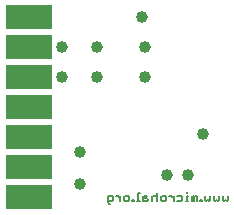
<source format=gbs>
G75*
%MOIN*%
%OFA0B0*%
%FSLAX25Y25*%
%IPPOS*%
%LPD*%
%AMOC8*
5,1,8,0,0,1.08239X$1,22.5*
%
%ADD10C,0.00500*%
%ADD11R,0.15800X0.08400*%
%ADD12C,0.03975*%
D10*
X0046644Y0005360D02*
X0046644Y0007612D01*
X0047995Y0007612D01*
X0048445Y0007162D01*
X0048445Y0006261D01*
X0047995Y0005811D01*
X0046644Y0005811D01*
X0046644Y0005360D02*
X0047094Y0004910D01*
X0047545Y0004910D01*
X0049550Y0007612D02*
X0050000Y0007612D01*
X0050901Y0006711D01*
X0050901Y0005811D02*
X0050901Y0007612D01*
X0052046Y0007162D02*
X0052496Y0007612D01*
X0053397Y0007612D01*
X0053847Y0007162D01*
X0053847Y0006261D01*
X0053397Y0005811D01*
X0052496Y0005811D01*
X0052046Y0006261D01*
X0052046Y0007162D01*
X0054870Y0006261D02*
X0054870Y0005811D01*
X0055320Y0005811D01*
X0055320Y0006261D01*
X0054870Y0006261D01*
X0056384Y0005811D02*
X0057285Y0005811D01*
X0056834Y0005811D02*
X0056834Y0008513D01*
X0057285Y0008513D01*
X0058430Y0007162D02*
X0058880Y0007612D01*
X0059781Y0007612D01*
X0059781Y0006711D02*
X0058430Y0006711D01*
X0058430Y0007162D02*
X0058430Y0005811D01*
X0059781Y0005811D01*
X0060231Y0006261D01*
X0059781Y0006711D01*
X0061376Y0007162D02*
X0061376Y0005811D01*
X0061376Y0007162D02*
X0061827Y0007612D01*
X0062727Y0007612D01*
X0063178Y0007162D01*
X0064323Y0007162D02*
X0064323Y0006261D01*
X0064773Y0005811D01*
X0065674Y0005811D01*
X0066124Y0006261D01*
X0066124Y0007162D01*
X0065674Y0007612D01*
X0064773Y0007612D01*
X0064323Y0007162D01*
X0063178Y0008513D02*
X0063178Y0005811D01*
X0067229Y0007612D02*
X0067679Y0007612D01*
X0068580Y0006711D01*
X0068580Y0005811D02*
X0068580Y0007612D01*
X0069725Y0007612D02*
X0071076Y0007612D01*
X0071526Y0007162D01*
X0071526Y0006261D01*
X0071076Y0005811D01*
X0069725Y0005811D01*
X0072590Y0005811D02*
X0073491Y0005811D01*
X0073040Y0005811D02*
X0073040Y0007612D01*
X0073491Y0007612D01*
X0073040Y0008513D02*
X0073040Y0008963D01*
X0074636Y0007162D02*
X0075086Y0007612D01*
X0075536Y0007162D01*
X0075536Y0005811D01*
X0074636Y0005811D02*
X0074636Y0007162D01*
X0075536Y0007162D02*
X0075987Y0007612D01*
X0076437Y0007612D01*
X0076437Y0005811D01*
X0077460Y0005811D02*
X0077460Y0006261D01*
X0077910Y0006261D01*
X0077910Y0005811D01*
X0077460Y0005811D01*
X0079055Y0006261D02*
X0079055Y0007612D01*
X0079055Y0006261D02*
X0079506Y0005811D01*
X0079956Y0006261D01*
X0080407Y0005811D01*
X0080857Y0006261D01*
X0080857Y0007612D01*
X0082002Y0007612D02*
X0082002Y0006261D01*
X0082452Y0005811D01*
X0082903Y0006261D01*
X0083353Y0005811D01*
X0083803Y0006261D01*
X0083803Y0007612D01*
X0084948Y0007612D02*
X0084948Y0006261D01*
X0085399Y0005811D01*
X0085849Y0006261D01*
X0086300Y0005811D01*
X0086750Y0006261D01*
X0086750Y0007612D01*
D11*
X0020500Y0007061D03*
X0020500Y0017061D03*
X0020500Y0027061D03*
X0020500Y0037061D03*
X0020500Y0047061D03*
X0020500Y0057061D03*
X0020500Y0067061D03*
D12*
X0031500Y0057061D03*
X0043000Y0057061D03*
X0043000Y0047061D03*
X0031500Y0047061D03*
X0058000Y0067061D03*
X0059000Y0057061D03*
X0059000Y0047061D03*
X0078500Y0028061D03*
X0073500Y0014561D03*
X0066500Y0014561D03*
X0037500Y0011561D03*
X0037500Y0022061D03*
M02*

</source>
